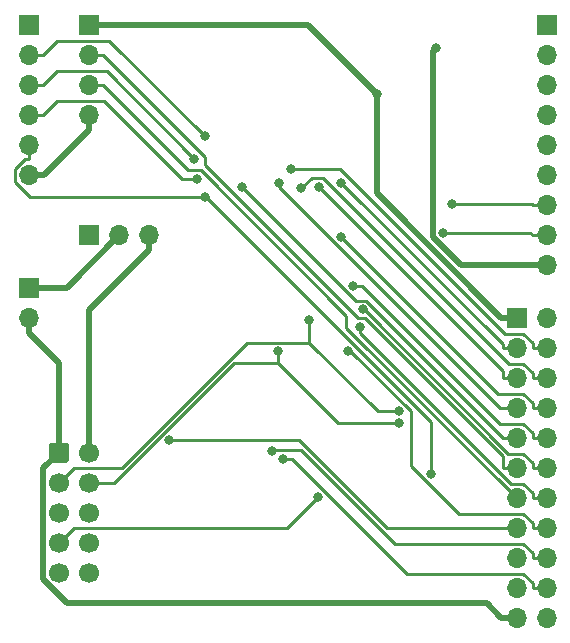
<source format=gbr>
%TF.GenerationSoftware,KiCad,Pcbnew,(5.1.9)-1*%
%TF.CreationDate,2021-03-16T13:01:06+03:00*%
%TF.ProjectId,VedgaZigBee,56656467-615a-4696-9742-65652e6b6963,rev?*%
%TF.SameCoordinates,Original*%
%TF.FileFunction,Copper,L2,Bot*%
%TF.FilePolarity,Positive*%
%FSLAX46Y46*%
G04 Gerber Fmt 4.6, Leading zero omitted, Abs format (unit mm)*
G04 Created by KiCad (PCBNEW (5.1.9)-1) date 2021-03-16 13:01:06*
%MOMM*%
%LPD*%
G01*
G04 APERTURE LIST*
%TA.AperFunction,ComponentPad*%
%ADD10O,1.700000X1.700000*%
%TD*%
%TA.AperFunction,ComponentPad*%
%ADD11R,1.700000X1.700000*%
%TD*%
%TA.AperFunction,ComponentPad*%
%ADD12C,1.700000*%
%TD*%
%TA.AperFunction,ViaPad*%
%ADD13C,0.800000*%
%TD*%
%TA.AperFunction,Conductor*%
%ADD14C,0.500000*%
%TD*%
%TA.AperFunction,Conductor*%
%ADD15C,0.250000*%
%TD*%
G04 APERTURE END LIST*
D10*
%TO.P,J6,9*%
%TO.N,GND*%
X133985000Y-111125000D03*
%TO.P,J6,8*%
%TO.N,/DIO23*%
X133985000Y-108585000D03*
%TO.P,J6,7*%
%TO.N,/DIO24*%
X133985000Y-106045000D03*
%TO.P,J6,6*%
%TO.N,/DIO25*%
X133985000Y-103505000D03*
%TO.P,J6,5*%
%TO.N,/DIO26*%
X133985000Y-100965000D03*
%TO.P,J6,4*%
%TO.N,/DIO27*%
X133985000Y-98425000D03*
%TO.P,J6,3*%
%TO.N,/DIO28*%
X133985000Y-95885000D03*
%TO.P,J6,2*%
%TO.N,/DIO29*%
X133985000Y-93345000D03*
D11*
%TO.P,J6,1*%
%TO.N,/DIO30*%
X133985000Y-90805000D03*
%TD*%
D10*
%TO.P,J7,3*%
%TO.N,/TVCC*%
X100330000Y-108585000D03*
%TO.P,J7,2*%
%TO.N,+3V3*%
X97790000Y-108585000D03*
D11*
%TO.P,J7,1*%
%TO.N,/DVCC*%
X95250000Y-108585000D03*
%TD*%
%TO.P,J1,1*%
%TO.N,GND*%
%TA.AperFunction,ComponentPad*%
G36*
G01*
X91860000Y-127600000D02*
X91860000Y-126400000D01*
G75*
G02*
X92110000Y-126150000I250000J0D01*
G01*
X93310000Y-126150000D01*
G75*
G02*
X93560000Y-126400000I0J-250000D01*
G01*
X93560000Y-127600000D01*
G75*
G02*
X93310000Y-127850000I-250000J0D01*
G01*
X92110000Y-127850000D01*
G75*
G02*
X91860000Y-127600000I0J250000D01*
G01*
G37*
%TD.AperFunction*%
D12*
%TO.P,J1,3*%
%TO.N,/JTAG_TCKC*%
X92710000Y-129540000D03*
%TO.P,J1,5*%
%TO.N,Net-(J1-Pad5)*%
X92710000Y-132080000D03*
%TO.P,J1,7*%
%TO.N,/~RESET*%
X92710000Y-134620000D03*
%TO.P,J1,9*%
%TO.N,/DVCC*%
X92710000Y-137160000D03*
%TO.P,J1,2*%
%TO.N,/TVCC*%
X95250000Y-127000000D03*
%TO.P,J1,4*%
%TO.N,/JTAG_TMSC*%
X95250000Y-129540000D03*
%TO.P,J1,6*%
%TO.N,Net-(J1-Pad6)*%
X95250000Y-132080000D03*
%TO.P,J1,8*%
%TO.N,Net-(J1-Pad8)*%
X95250000Y-134620000D03*
%TO.P,J1,10*%
%TO.N,Net-(J1-Pad10)*%
X95250000Y-137160000D03*
%TD*%
D11*
%TO.P,J2,1*%
%TO.N,+3V3*%
X90170000Y-113030000D03*
D10*
%TO.P,J2,2*%
%TO.N,GND*%
X90170000Y-115570000D03*
%TD*%
D11*
%TO.P,J3,1*%
%TO.N,+3V3*%
X131445000Y-115570000D03*
D10*
%TO.P,J3,2*%
%TO.N,/DIO13*%
X133985000Y-115570000D03*
%TO.P,J3,3*%
%TO.N,/DIO0*%
X131445000Y-118110000D03*
%TO.P,J3,4*%
%TO.N,/DIO14*%
X133985000Y-118110000D03*
%TO.P,J3,5*%
%TO.N,/DIO1*%
X131445000Y-120650000D03*
%TO.P,J3,6*%
%TO.N,/DIO15*%
X133985000Y-120650000D03*
%TO.P,J3,7*%
%TO.N,/DIO2*%
X131445000Y-123190000D03*
%TO.P,J3,8*%
%TO.N,/JTAG_TDO*%
X133985000Y-123190000D03*
%TO.P,J3,9*%
%TO.N,/DIO3*%
X131445000Y-125730000D03*
%TO.P,J3,10*%
%TO.N,/JTAG_TDI*%
X133985000Y-125730000D03*
%TO.P,J3,11*%
%TO.N,/DIO4*%
X131445000Y-128270000D03*
%TO.P,J3,12*%
%TO.N,/DIO18*%
X133985000Y-128270000D03*
%TO.P,J3,13*%
%TO.N,/DIO5*%
X131445000Y-130810000D03*
%TO.P,J3,14*%
%TO.N,/DIO19*%
X133985000Y-130810000D03*
%TO.P,J3,15*%
%TO.N,/DIO6*%
X131445000Y-133350000D03*
%TO.P,J3,16*%
%TO.N,/DIO20*%
X133985000Y-133350000D03*
%TO.P,J3,17*%
%TO.N,/DIO7*%
X131445000Y-135890000D03*
%TO.P,J3,18*%
%TO.N,/DIO21*%
X133985000Y-135890000D03*
%TO.P,J3,19*%
%TO.N,/DIO12*%
X131445000Y-138430000D03*
%TO.P,J3,20*%
%TO.N,/DIO22*%
X133985000Y-138430000D03*
%TO.P,J3,21*%
%TO.N,GND*%
X131445000Y-140970000D03*
%TO.P,J3,22*%
X133985000Y-140970000D03*
%TD*%
D11*
%TO.P,J4,1*%
%TO.N,+3V3*%
X90170000Y-90805000D03*
D10*
%TO.P,J4,2*%
%TO.N,/SPI_MISO*%
X90170000Y-93345000D03*
%TO.P,J4,3*%
%TO.N,/SPI_MOSI*%
X90170000Y-95885000D03*
%TO.P,J4,4*%
%TO.N,/SPI_SCLK*%
X90170000Y-98425000D03*
%TO.P,J4,5*%
%TO.N,/SPI_CS*%
X90170000Y-100965000D03*
%TO.P,J4,6*%
%TO.N,GND*%
X90170000Y-103505000D03*
%TD*%
D11*
%TO.P,J5,1*%
%TO.N,+3V3*%
X95250000Y-90805000D03*
D10*
%TO.P,J5,2*%
%TO.N,/DIO4*%
X95250000Y-93345000D03*
%TO.P,J5,3*%
%TO.N,/DIO5*%
X95250000Y-95885000D03*
%TO.P,J5,4*%
%TO.N,GND*%
X95250000Y-98425000D03*
%TD*%
D13*
%TO.N,+3V3*%
X119631100Y-96652900D03*
%TO.N,GND*%
X124619500Y-92730200D03*
%TO.N,/JTAG_TCKC*%
X113866900Y-115747200D03*
X121451000Y-123502200D03*
%TO.N,/~RESET*%
X114598000Y-130751800D03*
%TO.N,/JTAG_TMSC*%
X111212500Y-118401500D03*
X121457700Y-124523000D03*
%TO.N,/DIO0*%
X116596300Y-104128600D03*
%TO.N,/DIO14*%
X112326500Y-103000900D03*
%TO.N,/DIO1*%
X114705600Y-104516800D03*
%TO.N,/DIO15*%
X113208900Y-104617000D03*
%TO.N,/DIO2*%
X111308200Y-104149100D03*
%TO.N,/JTAG_TDO*%
X116594100Y-108741500D03*
%TO.N,/DIO3*%
X108219300Y-104545500D03*
%TO.N,/JTAG_TDI*%
X117596000Y-112889500D03*
%TO.N,/DIO18*%
X118400000Y-114879400D03*
%TO.N,/DIO19*%
X118213800Y-116330000D03*
%TO.N,/DIO6*%
X102043300Y-125892700D03*
%TO.N,/DIO20*%
X117131900Y-118352400D03*
%TO.N,/DIO21*%
X110716400Y-126893000D03*
%TO.N,/DIO22*%
X111643100Y-127514300D03*
%TO.N,/SPI_MISO*%
X105025800Y-100208900D03*
%TO.N,/SPI_MOSI*%
X104145200Y-102120200D03*
%TO.N,/SPI_SCLK*%
X104419800Y-103821200D03*
%TO.N,/SPI_CS*%
X124221400Y-128794900D03*
X105029500Y-105376700D03*
%TO.N,/DIO23*%
X125213600Y-108386000D03*
%TO.N,/DIO24*%
X125973200Y-105986200D03*
%TD*%
D14*
%TO.N,+3V3*%
X130144700Y-115570000D02*
X119631100Y-105056400D01*
X119631100Y-105056400D02*
X119631100Y-96652900D01*
X95250000Y-90805000D02*
X113783200Y-90805000D01*
X113783200Y-90805000D02*
X119631100Y-96652900D01*
X131445000Y-115570000D02*
X130144700Y-115570000D01*
X97790000Y-108585000D02*
X93345000Y-113030000D01*
X93345000Y-113030000D02*
X90170000Y-113030000D01*
%TO.N,GND*%
X131445000Y-140970000D02*
X130144700Y-140970000D01*
X130144700Y-140970000D02*
X128921700Y-139747000D01*
X128921700Y-139747000D02*
X93386600Y-139747000D01*
X93386600Y-139747000D02*
X91380200Y-137740600D01*
X91380200Y-137740600D02*
X91380200Y-128329800D01*
X91380200Y-128329800D02*
X92710000Y-127000000D01*
X133985000Y-111125000D02*
X126750100Y-111125000D01*
X126750100Y-111125000D02*
X124363300Y-108738200D01*
X124363300Y-108738200D02*
X124363300Y-92986400D01*
X124363300Y-92986400D02*
X124619500Y-92730200D01*
X95250000Y-98425000D02*
X95250000Y-99725300D01*
X90170000Y-103505000D02*
X91470300Y-103505000D01*
X91470300Y-103505000D02*
X95250000Y-99725300D01*
X90170000Y-115570000D02*
X90170000Y-116870300D01*
X92710000Y-127000000D02*
X92710000Y-119410300D01*
X92710000Y-119410300D02*
X90170000Y-116870300D01*
D15*
%TO.N,/JTAG_TCKC*%
X113866900Y-117676200D02*
X108597200Y-117676200D01*
X108597200Y-117676200D02*
X98003400Y-128270000D01*
X98003400Y-128270000D02*
X93980000Y-128270000D01*
X93980000Y-128270000D02*
X92710000Y-129540000D01*
X113866900Y-117676200D02*
X119692900Y-123502200D01*
X119692900Y-123502200D02*
X121451000Y-123502200D01*
X113866900Y-117676200D02*
X113866900Y-115747200D01*
%TO.N,/~RESET*%
X92710000Y-134620000D02*
X93980000Y-133350000D01*
X93980000Y-133350000D02*
X111999800Y-133350000D01*
X111999800Y-133350000D02*
X114598000Y-130751800D01*
%TO.N,/JTAG_TMSC*%
X111212500Y-119397700D02*
X107512600Y-119397700D01*
X107512600Y-119397700D02*
X97370300Y-129540000D01*
X97370300Y-129540000D02*
X95250000Y-129540000D01*
X111212500Y-119397700D02*
X116337800Y-124523000D01*
X116337800Y-124523000D02*
X121457700Y-124523000D01*
X111212500Y-119397700D02*
X111212500Y-118401500D01*
%TO.N,/DIO0*%
X131445000Y-118110000D02*
X130269700Y-118110000D01*
X130269700Y-118110000D02*
X130269700Y-117802000D01*
X130269700Y-117802000D02*
X116596300Y-104128600D01*
%TO.N,/DIO14*%
X132809700Y-118110000D02*
X132809700Y-117742600D01*
X132809700Y-117742600D02*
X132001800Y-116934700D01*
X132001800Y-116934700D02*
X130449400Y-116934700D01*
X130449400Y-116934700D02*
X116515600Y-103000900D01*
X116515600Y-103000900D02*
X112326500Y-103000900D01*
X133985000Y-118110000D02*
X132809700Y-118110000D01*
%TO.N,/DIO1*%
X131445000Y-120650000D02*
X130269700Y-120650000D01*
X130269700Y-120650000D02*
X130269700Y-120080900D01*
X130269700Y-120080900D02*
X114705600Y-104516800D01*
%TO.N,/DIO15*%
X133985000Y-120650000D02*
X132809700Y-120650000D01*
X132809700Y-120650000D02*
X132809700Y-120282600D01*
X132809700Y-120282600D02*
X132001800Y-119474700D01*
X132001800Y-119474700D02*
X130768700Y-119474700D01*
X130768700Y-119474700D02*
X115034500Y-103740500D01*
X115034500Y-103740500D02*
X114085400Y-103740500D01*
X114085400Y-103740500D02*
X113208900Y-104617000D01*
%TO.N,/DIO2*%
X111308200Y-104149100D02*
X111308200Y-104481300D01*
X111308200Y-104481300D02*
X130016900Y-123190000D01*
X130016900Y-123190000D02*
X130269700Y-123190000D01*
X131445000Y-123190000D02*
X130269700Y-123190000D01*
%TO.N,/JTAG_TDO*%
X133985000Y-123190000D02*
X132809700Y-123190000D01*
X132809700Y-123190000D02*
X132809700Y-122822600D01*
X132809700Y-122822600D02*
X132001800Y-122014700D01*
X132001800Y-122014700D02*
X129867300Y-122014700D01*
X129867300Y-122014700D02*
X116594100Y-108741500D01*
%TO.N,/DIO3*%
X130269700Y-125730000D02*
X130269700Y-125723100D01*
X130269700Y-125723100D02*
X118700600Y-114154000D01*
X118700600Y-114154000D02*
X117827800Y-114154000D01*
X117827800Y-114154000D02*
X108219300Y-104545500D01*
X131445000Y-125730000D02*
X130269700Y-125730000D01*
%TO.N,/JTAG_TDI*%
X132809700Y-125730000D02*
X132809700Y-125362600D01*
X132809700Y-125362600D02*
X132001800Y-124554700D01*
X132001800Y-124554700D02*
X130016200Y-124554700D01*
X130016200Y-124554700D02*
X118351000Y-112889500D01*
X118351000Y-112889500D02*
X117596000Y-112889500D01*
X133985000Y-125730000D02*
X132809700Y-125730000D01*
%TO.N,/DIO4*%
X130269700Y-128270000D02*
X130269700Y-127269200D01*
X130269700Y-127269200D02*
X118605200Y-115604700D01*
X118605200Y-115604700D02*
X118050400Y-115604700D01*
X118050400Y-115604700D02*
X105071000Y-102625300D01*
X105071000Y-102625300D02*
X105071000Y-101990700D01*
X105071000Y-101990700D02*
X96425300Y-93345000D01*
X131445000Y-128270000D02*
X130269700Y-128270000D01*
X95250000Y-93345000D02*
X96425300Y-93345000D01*
%TO.N,/DIO18*%
X132809700Y-128270000D02*
X132809700Y-127902600D01*
X132809700Y-127902600D02*
X132001800Y-127094700D01*
X132001800Y-127094700D02*
X130732100Y-127094700D01*
X130732100Y-127094700D02*
X118516800Y-114879400D01*
X118516800Y-114879400D02*
X118400000Y-114879400D01*
X133985000Y-128270000D02*
X132809700Y-128270000D01*
%TO.N,/DIO5*%
X131445000Y-130810000D02*
X117040500Y-116405500D01*
X117040500Y-116405500D02*
X117040500Y-115416100D01*
X117040500Y-115416100D02*
X104685600Y-103061200D01*
X104685600Y-103061200D02*
X103601500Y-103061200D01*
X103601500Y-103061200D02*
X96425300Y-95885000D01*
X95250000Y-95885000D02*
X96425300Y-95885000D01*
%TO.N,/DIO19*%
X132809700Y-130810000D02*
X132809700Y-130442600D01*
X132809700Y-130442600D02*
X132001800Y-129634700D01*
X132001800Y-129634700D02*
X130987000Y-129634700D01*
X130987000Y-129634700D02*
X118213800Y-116861500D01*
X118213800Y-116861500D02*
X118213800Y-116330000D01*
X133985000Y-130810000D02*
X132809700Y-130810000D01*
%TO.N,/DIO6*%
X131445000Y-133350000D02*
X120440900Y-133350000D01*
X120440900Y-133350000D02*
X112983600Y-125892700D01*
X112983600Y-125892700D02*
X102043300Y-125892700D01*
%TO.N,/DIO20*%
X133985000Y-133350000D02*
X132809700Y-133350000D01*
X132809700Y-133350000D02*
X132809700Y-132982600D01*
X132809700Y-132982600D02*
X132001800Y-132174700D01*
X132001800Y-132174700D02*
X126554700Y-132174700D01*
X126554700Y-132174700D02*
X122534200Y-128154200D01*
X122534200Y-128154200D02*
X122534200Y-123508800D01*
X122534200Y-123508800D02*
X117377800Y-118352400D01*
X117377800Y-118352400D02*
X117131900Y-118352400D01*
%TO.N,/DIO21*%
X133985000Y-135890000D02*
X132809700Y-135890000D01*
X132809700Y-135890000D02*
X132809700Y-135522600D01*
X132809700Y-135522600D02*
X132001800Y-134714700D01*
X132001800Y-134714700D02*
X121168700Y-134714700D01*
X121168700Y-134714700D02*
X113209500Y-126755500D01*
X113209500Y-126755500D02*
X110853900Y-126755500D01*
X110853900Y-126755500D02*
X110716400Y-126893000D01*
%TO.N,/DIO22*%
X111643100Y-127514300D02*
X112405600Y-127514300D01*
X112405600Y-127514300D02*
X122146000Y-137254700D01*
X122146000Y-137254700D02*
X132001800Y-137254700D01*
X132001800Y-137254700D02*
X132809700Y-138062600D01*
X132809700Y-138062600D02*
X132809700Y-138430000D01*
X133985000Y-138430000D02*
X132809700Y-138430000D01*
%TO.N,/SPI_MISO*%
X91345300Y-93345000D02*
X92538500Y-92151800D01*
X92538500Y-92151800D02*
X96968700Y-92151800D01*
X96968700Y-92151800D02*
X105025800Y-100208900D01*
X90170000Y-93345000D02*
X91345300Y-93345000D01*
%TO.N,/SPI_MOSI*%
X90170000Y-95885000D02*
X91345300Y-95885000D01*
X104145200Y-102120200D02*
X96734700Y-94709700D01*
X96734700Y-94709700D02*
X92520600Y-94709700D01*
X92520600Y-94709700D02*
X91345300Y-95885000D01*
%TO.N,/SPI_SCLK*%
X90170000Y-98425000D02*
X91345300Y-98425000D01*
X91345300Y-98425000D02*
X92535900Y-97234400D01*
X92535900Y-97234400D02*
X96504700Y-97234400D01*
X96504700Y-97234400D02*
X103091500Y-103821200D01*
X103091500Y-103821200D02*
X104419800Y-103821200D01*
%TO.N,/SPI_CS*%
X124221400Y-128794900D02*
X124221400Y-124412500D01*
X124221400Y-124412500D02*
X105185600Y-105376700D01*
X105185600Y-105376700D02*
X105029500Y-105376700D01*
X90170000Y-102140300D02*
X89802700Y-102140300D01*
X89802700Y-102140300D02*
X88982200Y-102960800D01*
X88982200Y-102960800D02*
X88982200Y-104091600D01*
X88982200Y-104091600D02*
X90267300Y-105376700D01*
X90267300Y-105376700D02*
X105029500Y-105376700D01*
X90170000Y-100965000D02*
X90170000Y-102140300D01*
%TO.N,/DIO23*%
X132809700Y-108585000D02*
X132610700Y-108386000D01*
X132610700Y-108386000D02*
X125213600Y-108386000D01*
X133985000Y-108585000D02*
X132809700Y-108585000D01*
%TO.N,/DIO24*%
X132809700Y-106045000D02*
X132750900Y-105986200D01*
X132750900Y-105986200D02*
X125973200Y-105986200D01*
X133985000Y-106045000D02*
X132809700Y-106045000D01*
D14*
%TO.N,/TVCC*%
X100330000Y-108585000D02*
X100330000Y-109885300D01*
X95250000Y-127000000D02*
X95250000Y-114965300D01*
X95250000Y-114965300D02*
X100330000Y-109885300D01*
%TD*%
M02*

</source>
